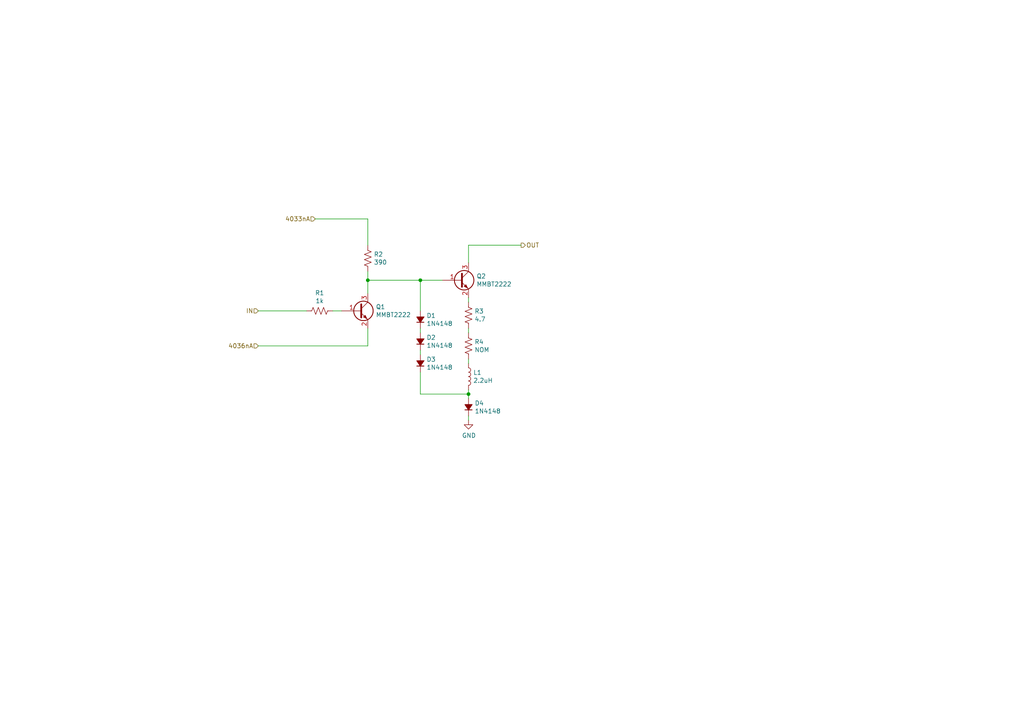
<source format=kicad_sch>
(kicad_sch (version 20211123) (generator eeschema)
  (paper "A4")
  (lib_symbols
    (symbol "Device:D_Small_Filled" (pin_numbers hide) (pin_names (offset 0.254) hide)
      (property "Reference" "D" (at -1.27 2.032 0))
      (property "Value" "D_Small_Filled" (at -3.81 -2.032 0))
      (symbol "D_Small_Filled_0_1"
        (polyline (pts (xy -0.762 -1.016) (xy -0.762 1.016)) (stroke (width 0.254)))
        (polyline (pts (xy -0.762 0) (xy 0.762 0)))
        (polyline (pts (xy 0.762 -1.016) (xy -0.762 0) (xy 0.762 1.016) (xy 0.762 -1.016)) (stroke (width 0.254)) (fill (type outline)))
      )
      (symbol "D_Small_Filled_1_1"
        (pin passive line (at -2.54 0 0) (length 1.778) (name "K") (number "1"))
        (pin passive line (at 2.54 0 180) (length 1.778) (name "A") (number "2"))
      )
    )
    (symbol "Device:L" (pin_numbers hide) (pin_names (offset 1.016) hide)
      (property "Reference" "L" (at -1.27 0 90))
      (property "Value" "L" (at 1.905 0 90))
      (symbol "L_0_1"
        (arc (start 0 -2.54) (mid 0.635 -1.905) (end 0 -1.27))
        (arc (start 0 -1.27) (mid 0.635 -0.635) (end 0 0))
        (arc (start 0 0) (mid 0.635 0.635) (end 0 1.27))
        (arc (start 0 1.27) (mid 0.635 1.905) (end 0 2.54))
      )
      (symbol "L_1_1"
        (pin passive line (at 0 3.81 270) (length 1.27) (name "1") (number "1"))
        (pin passive line (at 0 -3.81 90) (length 1.27) (name "2") (number "2"))
      )
    )
    (symbol "Device:Q_NPN_BEC" (pin_names (offset 0) hide)
      (property "Reference" "Q" (at 5.08 1.27 0))
      (property "Value" "Q_NPN_BEC" (at 5.08 -1.27 0))
      (symbol "Q_NPN_BEC_0_1"
        (polyline (pts (xy 0.635 0.635) (xy 2.54 2.54)))
        (polyline (pts (xy 0.635 -0.635) (xy 2.54 -2.54) (xy 2.54 -2.54)))
        (polyline (pts (xy 0.635 1.905) (xy 0.635 -1.905) (xy 0.635 -1.905)) (stroke (width 0.508)))
        (polyline (pts (xy 1.27 -1.778) (xy 1.778 -1.27) (xy 2.286 -2.286) (xy 1.27 -1.778) (xy 1.27 -1.778)) (fill (type outline)))
        (circle (center 1.27 0) (radius 2.8194) (stroke (width 0.254)))
      )
      (symbol "Q_NPN_BEC_1_1"
        (pin input line (at -5.08 0 0) (length 5.715) (name "B") (number "1"))
        (pin passive line (at 2.54 -5.08 90) (length 2.54) (name "E") (number "2"))
        (pin passive line (at 2.54 5.08 270) (length 2.54) (name "C") (number "3"))
      )
    )
    (symbol "Device:R_US" (pin_numbers hide) (pin_names (offset 0))
      (property "Reference" "R" (at 2.54 0 90))
      (property "Value" "R_US" (at -2.54 0 90))
      (symbol "R_US_0_1"
        (polyline (pts (xy 0 -2.286) (xy 0 -2.54)))
        (polyline (pts (xy 0 2.286) (xy 0 2.54)))
        (polyline (pts (xy 0 -0.762) (xy 1.016 -1.143) (xy 0 -1.524) (xy -1.016 -1.905) (xy 0 -2.286)))
        (polyline (pts (xy 0 0.762) (xy 1.016 0.381) (xy 0 0) (xy -1.016 -0.381) (xy 0 -0.762)))
        (polyline (pts (xy 0 2.286) (xy 1.016 1.905) (xy 0 1.524) (xy -1.016 1.143) (xy 0 0.762)))
      )
      (symbol "R_US_1_1"
        (pin passive line (at 0 3.81 270) (length 1.27) (name "~") (number "1"))
        (pin passive line (at 0 -3.81 90) (length 1.27) (name "~") (number "2"))
      )
    )
    (symbol "power:GND" (power) (pin_names (offset 0))
      (property "Value" "GND" (at 0 -3.81 0))
      (symbol "GND_0_1"
        (polyline (pts (xy 0 0) (xy 0 -1.27) (xy 1.27 -1.27) (xy 0 -2.54) (xy -1.27 -1.27) (xy 0 -1.27)))
      )
      (symbol "GND_1_1"
        (pin power_in line (at 0 0 270) (length 0) hide (name "GND") (number "1"))
      )
    )
  )
  (junction (at 106.68 81.28))
  (junction (at 121.92 81.28))
  (junction (at 135.89 114.3))
  (wire (pts (xy 91.44 63.5) (xy 106.68 63.5)))
  (wire (pts (xy 106.68 81.28) (xy 106.68 85.09)))
  (wire (pts (xy 135.89 71.12) (xy 135.89 76.2)))
  (wire (pts (xy 106.68 100.33) (xy 74.93 100.33)))
  (wire (pts (xy 121.92 81.28) (xy 121.92 90.17)))
  (wire (pts (xy 135.89 96.52) (xy 135.89 95.25)))
  (wire (pts (xy 121.92 101.6) (xy 121.92 102.87)))
  (wire (pts (xy 121.92 81.28) (xy 128.27 81.28)))
  (wire (pts (xy 135.89 105.41) (xy 135.89 104.14)))
  (wire (pts (xy 121.92 114.3) (xy 135.89 114.3)))
  (wire (pts (xy 106.68 78.74) (xy 106.68 81.28)))
  (wire (pts (xy 135.89 120.65) (xy 135.89 121.92)))
  (wire (pts (xy 106.68 81.28) (xy 121.92 81.28)))
  (wire (pts (xy 151.13 71.12) (xy 135.89 71.12)))
  (wire (pts (xy 106.68 95.25) (xy 106.68 100.33)))
  (wire (pts (xy 96.52 90.17) (xy 99.06 90.17)))
  (wire (pts (xy 135.89 86.36) (xy 135.89 87.63)))
  (wire (pts (xy 121.92 107.95) (xy 121.92 114.3)))
  (wire (pts (xy 135.89 114.3) (xy 135.89 113.03)))
  (wire (pts (xy 121.92 95.25) (xy 121.92 96.52)))
  (wire (pts (xy 135.89 114.3) (xy 135.89 115.57)))
  (wire (pts (xy 106.68 63.5) (xy 106.68 71.12)))
  (wire (pts (xy 74.93 90.17) (xy 88.9 90.17)))
  (hierarchical_label "IN" (shape input) (at 74.93 90.17 180))
  (hierarchical_label "4036nA" (shape input) (at 74.93 100.33 180))
  (hierarchical_label "4033nA" (shape input) (at 91.44 63.5 180))
  (hierarchical_label "OUT" (shape output) (at 151.13 71.12 0))
  (symbol (lib_id "Device:R_US") (at 92.71 90.17 270) (unit 1)
    (property "Reference" "R1" (at 92.71 84.963 90))
    (property "Value" "1k" (at 92.71 87.2744 90))
    (property "Footprint" "Resistor_SMD:R_0603_1608Metric" (effects hide))
    (property "Description" "RES SMD 1K OHM PULSE-WITHSTANDING 1% 1/4W 0603" (effects hide))
    (property "MPN" "ESR03EZPF1001" (effects hide))
    (property "Manufacturer" "Rohm Semiconductor" (effects hide))
    (property "Package" "0603" (effects hide))
    (property "Rating" "1/4W" (effects hide))
    (property "Tolerance" "1%" (effects hide))
  )
  (symbol (lib_id "Device:Q_NPN_BEC") (at 104.14 90.17 0) (unit 1)
    (property "Reference" "Q1" (at 108.9914 89.0016 0) (effects (justify left)))
    (property "Value" "MMBT2222" (at 108.9914 91.313 0) (effects (justify left)))
    (property "Footprint" "Package_TO_SOT_SMD:SOT-23" (effects hide))
    (property "Digikey" "https://www.digikey.com/en/products/detail/MMBT2222A-G/641-1942-1-ND/9477875" (effects hide))
    (property "Part Number" "MMBT2222A-G" (effects hide))
    (property "MPN" "MMBT2222ALT1HTSA1" (effects hide))
    (property "Manufacturer" "Infineon Technologies" (effects hide))
    (property "Description" "TRANS NPN 40V 0.6A SOT-23" (effects hide))
    (property "Package" "SOT-23-3" (effects hide))
  )
  (symbol (lib_id "Device:D_Small_Filled") (at 121.92 105.41 90) (unit 1)
    (property "Reference" "D3" (at 123.698 104.2416 90) (effects (justify right)))
    (property "Value" "1N4148" (at 123.698 106.553 90) (effects (justify right)))
    (property "Footprint" "lachesis:D_SOD-323" (effects hide))
    (property "Part Number" "1N4148WSTR" (effects hide))
    (property "Digikey" "https://www.digikey.com/en/products/detail/smc-diode-solutions/1N4148WSTR/6022449" (effects hide))
    (property "MPN" "1N4148WS" (effects hide))
    (property "Manufacturer" "SMC Diode Solutions" (effects hide))
    (property "Description" "DIODE GEN PURP 75V 300MA SOD323" (effects hide))
    (property "Package" "SOD-323" (effects hide))
    (property "Rating" "300mA" (effects hide))
  )
  (symbol (lib_id "Device:D_Small_Filled") (at 121.92 99.06 90) (unit 1)
    (property "Reference" "D2" (at 123.698 97.8916 90) (effects (justify right)))
    (property "Value" "1N4148" (at 123.698 100.203 90) (effects (justify right)))
    (property "Footprint" "lachesis:D_SOD-323" (effects hide))
    (property "Part Number" "1N4148WSTR" (effects hide))
    (property "Digikey" "https://www.digikey.com/en/products/detail/smc-diode-solutions/1N4148WSTR/6022449" (effects hide))
    (property "MPN" "1N4148WS" (effects hide))
    (property "Manufacturer" "SMC Diode Solutions" (effects hide))
    (property "Description" "DIODE GEN PURP 75V 300MA SOD323" (effects hide))
    (property "Package" "SOD-323" (effects hide))
    (property "Rating" "300mA" (effects hide))
  )
  (symbol (lib_id "Device:D_Small_Filled") (at 121.92 92.71 90) (unit 1)
    (property "Reference" "D1" (at 123.698 91.5416 90) (effects (justify right)))
    (property "Value" "1N4148" (at 123.698 93.853 90) (effects (justify right)))
    (property "Footprint" "lachesis:D_SOD-323" (effects hide))
    (property "Part Number" "1N4148WSTR" (effects hide))
    (property "Digikey" "https://www.digikey.com/en/products/detail/smc-diode-solutions/1N4148WSTR/6022449" (effects hide))
    (property "MPN" "1N4148WS" (effects hide))
    (property "Manufacturer" "SMC Diode Solutions" (effects hide))
    (property "Description" "DIODE GEN PURP 75V 300MA SOD323" (effects hide))
    (property "Package" "SOD-323" (effects hide))
    (property "Rating" "300mA" (effects hide))
  )
  (symbol (lib_id "power:GND") (at 135.89 121.92 0) (unit 1)
    (property "Reference" "#PWR01" (effects hide))
    (property "Value" "GND" (at 136.017 126.3142 0))
  )
  (symbol (lib_id "Device:Q_NPN_BEC") (at 133.35 81.28 0) (unit 1)
    (property "Reference" "Q2" (at 138.2014 80.1116 0) (effects (justify left)))
    (property "Value" "MMBT2222" (at 138.2014 82.423 0) (effects (justify left)))
    (property "Footprint" "Package_TO_SOT_SMD:SOT-23" (effects hide))
    (property "Digikey" "https://www.digikey.com/en/products/detail/MMBT2222A-G/641-1942-1-ND/9477875" (effects hide))
    (property "Part Number" "MMBT2222A-G" (effects hide))
    (property "MPN" "MMBT2222ALT1HTSA1" (effects hide))
    (property "Manufacturer" "Infineon Technologies" (effects hide))
    (property "Description" "TRANS NPN 40V 0.6A SOT-23" (effects hide))
    (property "Package" "SOT-23-3" (effects hide))
  )
  (symbol (lib_id "Device:R_US") (at 135.89 91.44 0) (unit 1)
    (property "Reference" "R3" (at 137.6172 90.2716 0) (effects (justify left)))
    (property "Value" "4.7" (at 137.6172 92.583 0) (effects (justify left)))
    (property "Footprint" "Resistor_SMD:R_0603_1608Metric" (effects hide))
    (property "Description" "RES SMD 4.7 OHM PULSE-WITHSTANDING 1% 1/3W 0603" (effects hide))
    (property "MPN" "CRCW06034R70FKEAHP" (effects hide))
    (property "Manufacturer" "Vishay Dale" (effects hide))
    (property "Package" "0603" (effects hide))
    (property "Rating" "1/3W" (effects hide))
    (property "Tolerance" "1%" (effects hide))
  )
  (symbol (lib_id "Device:L") (at 135.89 109.22 0) (unit 1)
    (property "Reference" "L1" (at 137.2362 108.0516 0) (effects (justify left)))
    (property "Value" "2.2uH" (at 137.2362 110.363 0) (effects (justify left)))
    (property "Footprint" "lachesis:API_Delevan_1812R" (effects hide))
    (property "DCR" "0.7" (effects hide))
    (property "Digikey" "https://www.digikey.com/en/products/detail/api-delevan-inc/1812R-222J/1115305" (effects hide))
    (property "Part Number" "1812R-222J" (effects hide))
    (property "Rating" "535mA" (effects hide))
    (property "Tolerance" "5%" (effects hide))
    (property "MPN" "1812R-222J" (effects hide))
    (property "Manufacturer" "API Delevan Inc" (effects hide))
    (property "Description" "FIXED IND 2.2UH 535MA 700MOHM SM" (effects hide))
    (property "Package" "1812" (effects hide))
  )
  (symbol (lib_id "Device:R_US") (at 106.68 74.93 0) (unit 1)
    (property "Reference" "R2" (at 108.4072 73.7616 0) (effects (justify left)))
    (property "Value" "390" (at 108.4072 76.073 0) (effects (justify left)))
    (property "Footprint" "Resistor_SMD:R_0603_1608Metric" (effects hide))
    (property "Description" "RES SMD 390 OHM PULSE-WITHSTANDING 1% 1/3W 0603" (effects hide))
    (property "MPN" "ERJ-PA3F3900V" (effects hide))
    (property "Manufacturer" "Panasonic Electronic Components" (effects hide))
    (property "Package" "0603" (effects hide))
    (property "Rating" "1/3W" (effects hide))
    (property "Tolerance" "1%" (effects hide))
  )
  (symbol (lib_id "Device:D_Small_Filled") (at 135.89 118.11 90) (unit 1)
    (property "Reference" "D4" (at 137.668 116.9416 90) (effects (justify right)))
    (property "Value" "1N4148" (at 137.668 119.253 90) (effects (justify right)))
    (property "Footprint" "lachesis:D_SOD-323" (effects hide))
    (property "Part Number" "1N4148WSTR" (effects hide))
    (property "Digikey" "https://www.digikey.com/en/products/detail/smc-diode-solutions/1N4148WSTR/6022449" (effects hide))
    (property "MPN" "1N4148WS" (effects hide))
    (property "Manufacturer" "SMC Diode Solutions" (effects hide))
    (property "Description" "DIODE GEN PURP 75V 300MA SOD323" (effects hide))
    (property "Package" "SOD-323" (effects hide))
    (property "Rating" "300mA" (effects hide))
  )
  (symbol (lib_id "Device:R_US") (at 135.89 100.33 0) (unit 1)
    (property "Reference" "R4" (at 137.6172 99.1616 0) (effects (justify left)))
    (property "Value" "NOM" (at 137.6172 101.473 0) (effects (justify left)))
    (property "Footprint" "Resistor_SMD:R_0603_1608Metric" (effects hide))
  )
)
</source>
